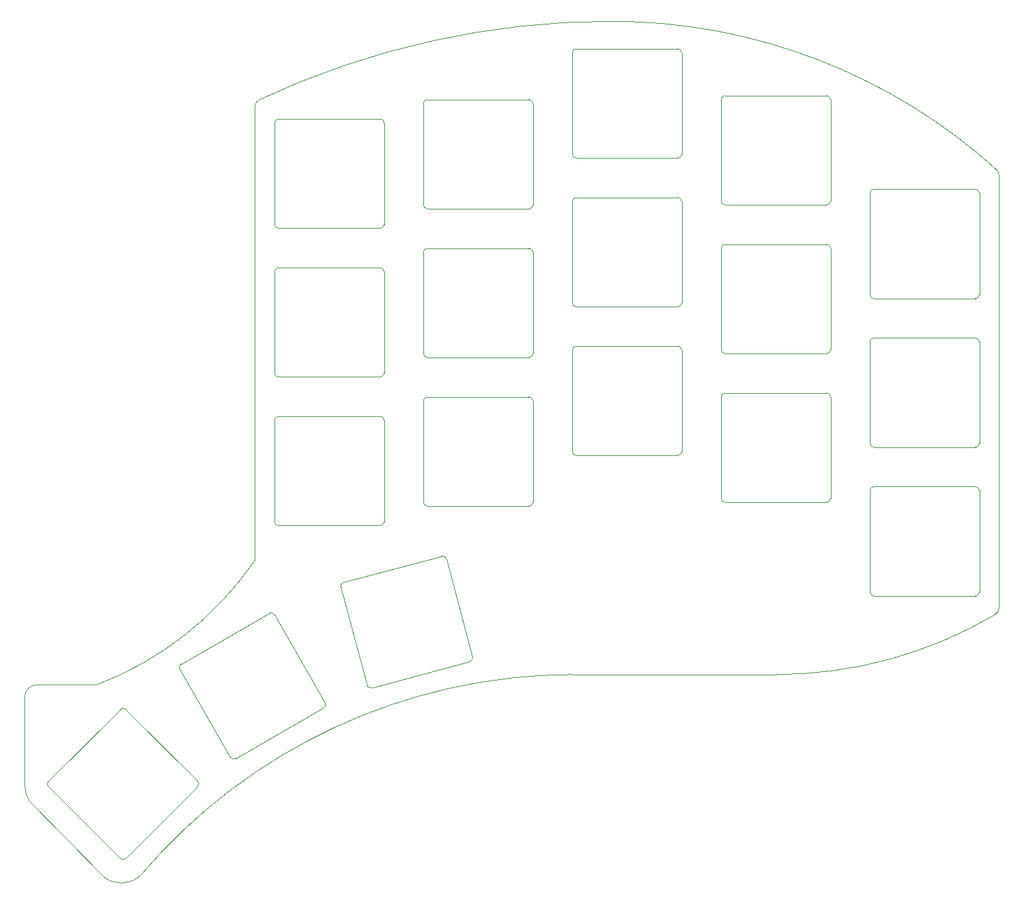
<source format=gm1>
%TF.GenerationSoftware,KiCad,Pcbnew,7.0.7-2.fc38*%
%TF.CreationDate,2023-10-05T15:25:00+05:30*%
%TF.ProjectId,top_plate_niz,746f705f-706c-4617-9465-5f6e697a2e6b,rev?*%
%TF.SameCoordinates,Original*%
%TF.FileFunction,Profile,NP*%
%FSLAX46Y46*%
G04 Gerber Fmt 4.6, Leading zero omitted, Abs format (unit mm)*
G04 Created by KiCad (PCBNEW 7.0.7-2.fc38) date 2023-10-05 15:25:00*
%MOMM*%
%LPD*%
G01*
G04 APERTURE LIST*
%TA.AperFunction,Profile*%
%ADD10C,0.050000*%
%TD*%
%TA.AperFunction,Profile*%
%ADD11C,0.100000*%
%TD*%
G04 APERTURE END LIST*
D10*
X150430917Y-46085746D02*
G75*
G03*
X150107140Y-45349092I-999117J346D01*
G01*
D11*
X35746711Y-135879352D02*
X26297571Y-126235009D01*
D10*
X35746713Y-135879350D02*
G75*
G03*
X40579026Y-135740784I2340757J2698750D01*
G01*
D11*
X25726834Y-124214598D02*
X25726834Y-112889598D01*
D10*
X150107143Y-45349089D02*
G75*
G03*
X100806597Y-26334574I-49300483J-54405431D01*
G01*
X150430947Y-101485646D02*
X150430939Y-86246058D01*
X121856035Y-110035978D02*
G75*
G03*
X149957548Y-102335002I-135J55123378D01*
G01*
X149957548Y-102335003D02*
G75*
G03*
X150430947Y-101485646I-525148J849303D01*
G01*
X121856035Y-110035989D02*
X95794156Y-110035649D01*
X95794156Y-110035647D02*
G75*
G03*
X40579028Y-135740785I232684J-72653953D01*
G01*
X100806597Y-26334573D02*
G75*
G03*
X55757144Y-36379092I503J-106047427D01*
G01*
D11*
X150430942Y-65246058D02*
X150430942Y-60166057D01*
X34902246Y-111364382D02*
G75*
G03*
X55184347Y-95392762I-15256906J40238262D01*
G01*
X25726831Y-124214598D02*
G75*
G03*
X26297572Y-126235009I3949969J24998D01*
G01*
D10*
X55181887Y-37284664D02*
X55181884Y-51980529D01*
X150430942Y-60166057D02*
X150430939Y-46085746D01*
D11*
X27251834Y-111364634D02*
G75*
G03*
X25726834Y-112889598I-34J-1524966D01*
G01*
X150430939Y-86246058D02*
X150430940Y-81166057D01*
D10*
X55757142Y-36379088D02*
G75*
G03*
X55181887Y-37284664I425058J-905512D01*
G01*
X150430942Y-65246058D02*
X150430940Y-81166057D01*
D11*
X34902247Y-111364386D02*
X27251834Y-111364598D01*
X55181884Y-51980529D02*
X55184347Y-95392762D01*
%TO.C,SW111*%
X134406339Y-99960495D02*
X147406339Y-99960495D01*
X133906339Y-99460495D02*
X133906339Y-86460495D01*
X147906339Y-99460495D02*
X147906339Y-86460495D01*
X134406339Y-85960495D02*
X147406339Y-85960495D01*
X133906339Y-99460495D02*
G75*
G03*
X134406339Y-99960495I500001J1D01*
G01*
X147406339Y-99960495D02*
G75*
G03*
X147906339Y-99460495I-94J500094D01*
G01*
X134406339Y-85960495D02*
G75*
G03*
X133906339Y-86460495I100J-500100D01*
G01*
X147906339Y-86460495D02*
G75*
G03*
X147406339Y-85960495I-500000J0D01*
G01*
%TO.C,SW103*%
X96306345Y-43859995D02*
X109306345Y-43859995D01*
X95806345Y-43359995D02*
X95806345Y-30359995D01*
X109806345Y-43359995D02*
X109806345Y-30359995D01*
X96306345Y-29859995D02*
X109306345Y-29859995D01*
X95806345Y-43359995D02*
G75*
G03*
X96306345Y-43859995I500001J1D01*
G01*
X109306345Y-43859995D02*
G75*
G03*
X109806345Y-43359995I-94J500094D01*
G01*
X96306345Y-29859995D02*
G75*
G03*
X95806345Y-30359995I100J-500100D01*
G01*
X109806345Y-30359995D02*
G75*
G03*
X109306345Y-29859995I-500000J0D01*
G01*
%TO.C,SW105*%
X58206339Y-52859993D02*
X71206339Y-52859993D01*
X57706339Y-52359993D02*
X57706339Y-39359993D01*
X71706339Y-52359993D02*
X71706339Y-39359993D01*
X58206339Y-38859993D02*
X71206339Y-38859993D01*
X57706339Y-52359993D02*
G75*
G03*
X58206339Y-52859993I500001J1D01*
G01*
X71206339Y-52859993D02*
G75*
G03*
X71706339Y-52359993I-94J500094D01*
G01*
X58206339Y-38859993D02*
G75*
G03*
X57706339Y-39359993I100J-500100D01*
G01*
X71706339Y-39359993D02*
G75*
G03*
X71206339Y-38859993I-500000J0D01*
G01*
%TO.C,SW104*%
X77256340Y-50360003D02*
X90256340Y-50360003D01*
X76756340Y-49860003D02*
X76756340Y-36860003D01*
X90756340Y-49860003D02*
X90756340Y-36860003D01*
X77256340Y-36360003D02*
X90256340Y-36360003D01*
X76756340Y-49860003D02*
G75*
G03*
X77256340Y-50360003I500001J1D01*
G01*
X90256340Y-50360003D02*
G75*
G03*
X90756340Y-49860003I-94J500094D01*
G01*
X77256340Y-36360003D02*
G75*
G03*
X76756340Y-36860003I100J-500100D01*
G01*
X90756340Y-36860003D02*
G75*
G03*
X90256340Y-36360003I-500000J0D01*
G01*
%TO.C,SW116*%
X47842319Y-123693831D02*
X38649930Y-114501442D01*
X47842319Y-124400937D02*
X38649930Y-133593326D01*
X37942824Y-114501442D02*
X28750435Y-123693831D01*
X37942824Y-133593326D02*
X28750435Y-124400937D01*
X47842318Y-124400936D02*
G75*
G03*
X47842318Y-123693832I-353554J353552D01*
G01*
X38649929Y-114501443D02*
G75*
G03*
X37942825Y-114501443I-353552J-353687D01*
G01*
X37942825Y-133593325D02*
G75*
G03*
X38649929Y-133593325I353552J353694D01*
G01*
X28750435Y-123693831D02*
G75*
G03*
X28750435Y-124400937I353554J-353553D01*
G01*
%TO.C,SW114*%
X77256343Y-88459993D02*
X90256343Y-88459993D01*
X76756343Y-87959993D02*
X76756343Y-74959993D01*
X90756343Y-87959993D02*
X90756343Y-74959993D01*
X77256343Y-74459993D02*
X90256343Y-74459993D01*
X76756343Y-87959993D02*
G75*
G03*
X77256343Y-88459993I500001J1D01*
G01*
X90256343Y-88459993D02*
G75*
G03*
X90756343Y-87959993I-94J500094D01*
G01*
X77256343Y-74459993D02*
G75*
G03*
X76756343Y-74959993I100J-500100D01*
G01*
X90756343Y-74959993D02*
G75*
G03*
X90256343Y-74459993I-500000J0D01*
G01*
%TO.C,SW107*%
X115356339Y-68910496D02*
X128356339Y-68910496D01*
X114856339Y-68410496D02*
X114856339Y-55410496D01*
X128856339Y-68410496D02*
X128856339Y-55410496D01*
X115356339Y-54910496D02*
X128356339Y-54910496D01*
X114856339Y-68410496D02*
G75*
G03*
X115356339Y-68910496I500001J1D01*
G01*
X128356339Y-68910496D02*
G75*
G03*
X128856339Y-68410496I-94J500094D01*
G01*
X115356339Y-54910496D02*
G75*
G03*
X114856339Y-55410496I100J-500100D01*
G01*
X128856339Y-55410496D02*
G75*
G03*
X128356339Y-54910496I-500000J0D01*
G01*
%TO.C,SW102*%
X115356343Y-49860499D02*
X128356343Y-49860499D01*
X114856343Y-49360499D02*
X114856343Y-36360499D01*
X128856343Y-49360499D02*
X128856343Y-36360499D01*
X115356343Y-35860499D02*
X128356343Y-35860499D01*
X114856343Y-49360499D02*
G75*
G03*
X115356343Y-49860499I500001J1D01*
G01*
X128356343Y-49860499D02*
G75*
G03*
X128856343Y-49360499I-94J500094D01*
G01*
X115356343Y-35860499D02*
G75*
G03*
X114856343Y-36360499I100J-500100D01*
G01*
X128856343Y-36360499D02*
G75*
G03*
X128356343Y-35860499I-500000J0D01*
G01*
%TO.C,SW118*%
X83047102Y-107767480D02*
X79682454Y-95210444D01*
X82693548Y-108379852D02*
X70136512Y-111744500D01*
X79070082Y-94856890D02*
X66513046Y-98221538D01*
X69524140Y-111390946D02*
X66159492Y-98833910D01*
X82693548Y-108379851D02*
G75*
G03*
X83047101Y-107767480I-129409J482962D01*
G01*
X79682454Y-95210444D02*
G75*
G03*
X79070082Y-94856891I-483030J-129526D01*
G01*
X69524140Y-111390946D02*
G75*
G03*
X70136512Y-111744500I483034J129532D01*
G01*
X66513046Y-98221539D02*
G75*
G03*
X66159493Y-98833910I129409J-482962D01*
G01*
%TO.C,SW109*%
X77256338Y-69409992D02*
X90256338Y-69409992D01*
X76756338Y-68909992D02*
X76756338Y-55909992D01*
X90756338Y-68909992D02*
X90756338Y-55909992D01*
X77256338Y-55409992D02*
X90256338Y-55409992D01*
X76756338Y-68909992D02*
G75*
G03*
X77256338Y-69409992I500001J1D01*
G01*
X90256338Y-69409992D02*
G75*
G03*
X90756338Y-68909992I-94J500094D01*
G01*
X77256338Y-55409992D02*
G75*
G03*
X76756338Y-55909992I100J-500100D01*
G01*
X90756338Y-55909992D02*
G75*
G03*
X90256338Y-55409992I-500000J0D01*
G01*
%TO.C,SW112*%
X115356338Y-87960495D02*
X128356338Y-87960495D01*
X114856338Y-87460495D02*
X114856338Y-74460495D01*
X128856338Y-87460495D02*
X128856338Y-74460495D01*
X115356338Y-73960495D02*
X128356338Y-73960495D01*
X114856338Y-87460495D02*
G75*
G03*
X115356338Y-87960495I500001J1D01*
G01*
X128356338Y-87960495D02*
G75*
G03*
X128856338Y-87460495I-94J500094D01*
G01*
X115356338Y-73960495D02*
G75*
G03*
X114856338Y-74460495I100J-500100D01*
G01*
X128856338Y-74460495D02*
G75*
G03*
X128356338Y-73960495I-500000J0D01*
G01*
%TO.C,SW117*%
X64168555Y-113609549D02*
X57668555Y-102351219D01*
X63985542Y-114292562D02*
X52727212Y-120792562D01*
X56985542Y-102168206D02*
X45727212Y-108668206D01*
X52044199Y-120609549D02*
X45544199Y-109351219D01*
X63985542Y-114292562D02*
G75*
G03*
X64168555Y-113609549I-250001J433013D01*
G01*
X57668554Y-102351219D02*
G75*
G03*
X56985542Y-102168206I-433047J-250130D01*
G01*
X52044199Y-120609549D02*
G75*
G03*
X52727212Y-120792562I433049J250136D01*
G01*
X45727212Y-108668206D02*
G75*
G03*
X45544199Y-109351219I250000J-433013D01*
G01*
%TO.C,SW108*%
X96306341Y-62909999D02*
X109306341Y-62909999D01*
X95806341Y-62409999D02*
X95806341Y-49409999D01*
X109806341Y-62409999D02*
X109806341Y-49409999D01*
X96306341Y-48909999D02*
X109306341Y-48909999D01*
X95806341Y-62409999D02*
G75*
G03*
X96306341Y-62909999I500001J1D01*
G01*
X109306341Y-62909999D02*
G75*
G03*
X109806341Y-62409999I-94J500094D01*
G01*
X96306341Y-48909999D02*
G75*
G03*
X95806341Y-49409999I100J-500100D01*
G01*
X109806341Y-49409999D02*
G75*
G03*
X109306341Y-48909999I-500000J0D01*
G01*
%TO.C,SW106*%
X134406336Y-80910494D02*
X147406336Y-80910494D01*
X133906336Y-80410494D02*
X133906336Y-67410494D01*
X147906336Y-80410494D02*
X147906336Y-67410494D01*
X134406336Y-66910494D02*
X147406336Y-66910494D01*
X133906336Y-80410494D02*
G75*
G03*
X134406336Y-80910494I500001J1D01*
G01*
X147406336Y-80910494D02*
G75*
G03*
X147906336Y-80410494I-94J500094D01*
G01*
X134406336Y-66910494D02*
G75*
G03*
X133906336Y-67410494I100J-500100D01*
G01*
X147906336Y-67410494D02*
G75*
G03*
X147406336Y-66910494I-500000J0D01*
G01*
%TO.C,SW101*%
X134406348Y-61860496D02*
X147406348Y-61860496D01*
X133906348Y-61360496D02*
X133906348Y-48360496D01*
X147906348Y-61360496D02*
X147906348Y-48360496D01*
X134406348Y-47860496D02*
X147406348Y-47860496D01*
X133906348Y-61360496D02*
G75*
G03*
X134406348Y-61860496I500001J1D01*
G01*
X147406348Y-61860496D02*
G75*
G03*
X147906348Y-61360496I-94J500094D01*
G01*
X134406348Y-47860496D02*
G75*
G03*
X133906348Y-48360496I100J-500100D01*
G01*
X147906348Y-48360496D02*
G75*
G03*
X147406348Y-47860496I-500000J0D01*
G01*
%TO.C,SW115*%
X58206339Y-90959995D02*
X71206339Y-90959995D01*
X57706339Y-90459995D02*
X57706339Y-77459995D01*
X71706339Y-90459995D02*
X71706339Y-77459995D01*
X58206339Y-76959995D02*
X71206339Y-76959995D01*
X57706339Y-90459995D02*
G75*
G03*
X58206339Y-90959995I500001J1D01*
G01*
X71206339Y-90959995D02*
G75*
G03*
X71706339Y-90459995I-94J500094D01*
G01*
X58206339Y-76959995D02*
G75*
G03*
X57706339Y-77459995I100J-500100D01*
G01*
X71706339Y-77459995D02*
G75*
G03*
X71206339Y-76959995I-500000J0D01*
G01*
%TO.C,SW113*%
X96306340Y-81959989D02*
X109306340Y-81959989D01*
X95806340Y-81459989D02*
X95806340Y-68459989D01*
X109806340Y-81459989D02*
X109806340Y-68459989D01*
X96306340Y-67959989D02*
X109306340Y-67959989D01*
X95806340Y-81459989D02*
G75*
G03*
X96306340Y-81959989I500001J1D01*
G01*
X109306340Y-81959989D02*
G75*
G03*
X109806340Y-81459989I-94J500094D01*
G01*
X96306340Y-67959989D02*
G75*
G03*
X95806340Y-68459989I100J-500100D01*
G01*
X109806340Y-68459989D02*
G75*
G03*
X109306340Y-67959989I-500000J0D01*
G01*
%TO.C,SW110*%
X58206340Y-71909997D02*
X71206340Y-71909997D01*
X57706340Y-71409997D02*
X57706340Y-58409997D01*
X71706340Y-71409997D02*
X71706340Y-58409997D01*
X58206340Y-57909997D02*
X71206340Y-57909997D01*
X57706340Y-71409997D02*
G75*
G03*
X58206340Y-71909997I500001J1D01*
G01*
X71206340Y-71909997D02*
G75*
G03*
X71706340Y-71409997I-94J500094D01*
G01*
X58206340Y-57909997D02*
G75*
G03*
X57706340Y-58409997I100J-500100D01*
G01*
X71706340Y-58409997D02*
G75*
G03*
X71206340Y-57909997I-500000J0D01*
G01*
%TD*%
M02*

</source>
